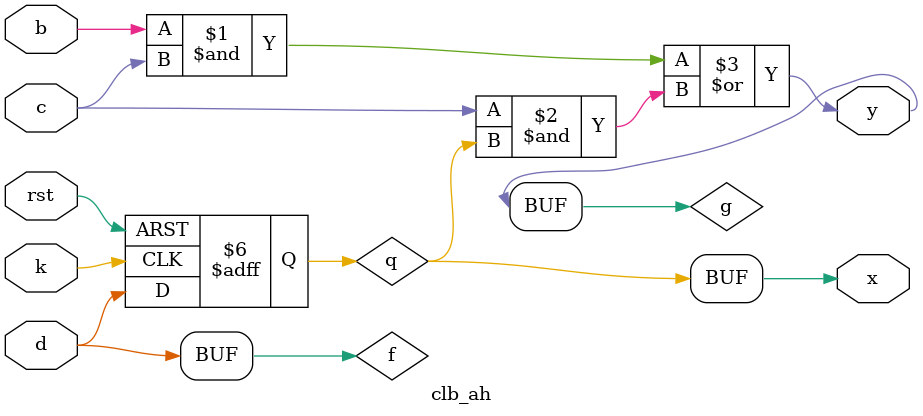
<source format=v>
module clb_ah(
	input b,
	input c,
	input d,
	input k,
	input rst,
	output x,
	output y
);
	
	reg q;
	wire f;
	wire g;
	
	assign f = d;
	assign g = b & c | c & q;
	
	always @(posedge k, negedge rst) begin
		if (rst == 1'b0) begin
			q <= 1'b0;
		end else begin
			q <= f;
		end
	end
	
	assign x = q;
	assign y = g;


endmodule

</source>
